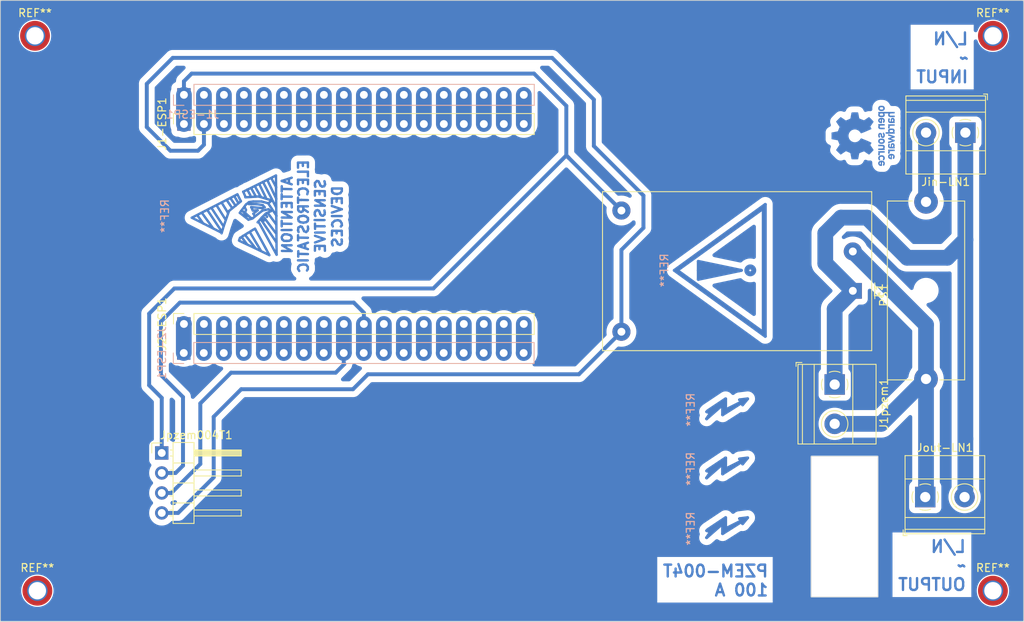
<source format=kicad_pcb>
(kicad_pcb (version 20221018) (generator pcbnew)
  (layers (0 "F.Cu" signal) (31 "B.Cu" signal) (34 "B.Paste" user) (35 "F.Paste" user) (36 "B.SilkS" user "B.Silkscreen") (37 "F.SilkS" user "F.Silkscreen") (38 "B.Mask" user) (39 "F.Mask" user) (44 "Edge.Cuts" user))
  (net 0 "")
  (net 1 "5V")
  (net 2 "GNDesp")
  (net 3 "CMDesp")
  (net 4 "SD3esp")
  (net 5 "SD2esp")
  (net 6 "D13esp")
  (net 7 "D12esp")
  (net 8 "D14esp")
  (net 9 "D27esp")
  (net 10 "D26esp")
  (net 11 "D25esp")
  (net 12 "D33esp")
  (net 13 "D32esp")
  (net 14 "D35esp")
  (net 15 "D34esp")
  (net 16 "VNesp")
  (net 17 "VPesp")
  (net 18 "ENesp")
  (net 19 "Net-(J1pzem1-Pin_1)")
  (net 20 "Net-(J1pzem1-Pin_2)")
  (net 21 "3.3Vesp")
  (net 22 "CLKesp")
  (net 23 "SD0esp")
  (net 24 "SD1esp")
  (net 25 "D0esp")
  (net 26 "D15esp")
  (net 27 "D2esp")
  (net 28 "D4esp")
  (net 29 "RX2esp")
  (net 30 "TX2esp")
  (net 31 "D5esp")
  (net 32 "D18esp")
  (net 33 "D19esp")
  (net 34 "D21esp")
  (net 35 "RX0esp")
  (net 36 "TX0esp")
  (net 37 "D22esp")
  (net 38 "D23esp")
  (net 39 "Net-(Jin-LN1-Pin_2)")
  (footprint "Connector_PinSocket_2.54mm:PinSocket_1x18_P2.54mm_Vertical" (layer "F.Cu") (at 98.72 98.2093 90)
    (fp_text reference "J2-ESP1")
    (fp_text value "Conn_01x18_Socket" hide)
  )
  (footprint "Connector_PinHeader_2.54mm:PinHeader_1x04_P2.54mm_Horizontal" (layer "F.Cu") (at 95.9 114.6)
    (fp_text reference "Jpzem004T1")
    (fp_text value "Conn_01x04_Socket")
  )
  (footprint "Fuse:Fuseholder_Cylinder-5x20mm_Schurter_0031_8201_Horizontal_Open" (layer "F.Cu") (at 193 105.2 90)
    (fp_text reference "F1")
    (fp_text value "Fuse")
  )
  (footprint "MountingHole:MountingHole_2.2mm_M2_DIN965_Pad_TopOnly" (layer "F.Cu") (at 201.5 61.6)
    (fp_text reference "REF**")
    (fp_text value "MountingHole_2.2mm_M2_DIN965_Pad_TopOnly" hide)
  )
  (footprint "TerminalBlock_Phoenix:TerminalBlock_Phoenix_MKDS-1,5-2_1x02_P5.00mm_Horizontal" (layer "F.Cu") (at 198 73.9 180)
    (fp_text reference "Jin-LN1")
    (fp_text value "Screw_Terminal_01x02" hide)
  )
  (footprint "Converter_ACDC:Converter_ACDC_HiLink_HLK-PMxx" (layer "F.Cu") (at 183.7 94 180)
    (fp_text reference "PS1")
    (fp_text value "HLK-PM01")
  )
  (footprint "MountingHole:MountingHole_2.2mm_M2_DIN965_Pad_TopOnly" (layer "F.Cu") (at 79.8 61.6)
    (fp_text reference "REF**")
    (fp_text value "MountingHole_2.2mm_M2_DIN965_Pad_TopOnly" hide)
  )
  (footprint "Connector_PinSocket_2.54mm:PinSocket_1x18_P2.54mm_Vertical" (layer "F.Cu") (at 98.72 72.8093 90)
    (fp_text reference "J1-ESP1")
    (fp_text value "Conn_01x18_Socket" hide)
  )
  (footprint "MountingHole:MountingHole_2.2mm_M2_DIN965_Pad_TopOnly" (layer "F.Cu") (at 80.1 132.1)
    (fp_text reference "REF**")
    (fp_text value "MountingHole_2.2mm_M2_DIN965_Pad_TopOnly" hide)
  )
  (footprint "MountingHole:MountingHole_2.2mm_M2_DIN965_Pad_TopOnly" (layer "F.Cu") (at 201.5 132.1)
    (fp_text reference "REF**")
    (fp_text value "MountingHole_2.2mm_M2_DIN965_Pad_TopOnly" hide)
  )
  (footprint "TerminalBlock_Phoenix:TerminalBlock_Phoenix_MKDS-1,5-2_1x02_P5.00mm_Horizontal" (layer "F.Cu") (at 181.395 105.9 -90)
    (fp_text reference "J1pzem1")
    (fp_text value "Screw_Terminal_01x02" hide)
  )
  (footprint "TerminalBlock_Phoenix:TerminalBlock_Phoenix_MKDS-1,5-2_1x02_P5.00mm_Horizontal" (layer "F.Cu") (at 192.9 120.2)
    (fp_text reference "Jout-LN1")
    (fp_text value "Screw_Terminal_01x02" hide)
  )
  (footprint "Connector_PinSocket_2.54mm:PinSocket_1x18_P2.54mm_Vertical" (layer "B.Cu") (at 98.72 69.1 -90)
    (fp_text reference "J1-ESP1")
    (fp_text value "Conn_01x18_Socket" hide)
  )
  (footprint "Symbol:OSHW-Logo_7.5x8mm_Copper" (layer "B.Cu") (at 185 74.3 -90)
    (fp_text reference "REF**" hide)
    (fp_text value "OSHW-Logo_7.5x8mm_Copper" hide)
  )
  (footprint "Symbol:Symbol_Highvoltage_Type1_CopperTop_Small" (layer "B.Cu") (at 168.3 115.611 -90)
    (fp_text reference "REF**")
    (fp_text value "Symbol_Highvoltage_Type1_CopperTop_Small" hide)
  )
  (footprint "Symbol:Symbol_Highvoltage_Type1_CopperTop_Small" (layer "B.Cu") (at 168.3 108.1 -90)
    (fp_text reference "REF**")
    (fp_text value "Symbol_Highvoltage_Type1_CopperTop_Small" hide)
  )
  (footprint "Connector_PinSocket_2.54mm:PinSocket_1x18_P2.54mm_Vertical" (layer "B.Cu") (at 98.7 101.9 -90)
    (fp_text reference "J2-ESP1")
    (fp_text value "Conn_01x18_Socket" hide)
  )
  (footprint "Symbol:Symbol_Attention_CopperTop_Big" (layer "B.Cu") (at 167.8795 91.4 -90)
    (fp_text reference "REF**")
    (fp_text value "Symbol_Attention_CopperTop_Big" hide)
  )
  (footprint "Symbol:Symbol_ESD-Logo-Text_CopperTop" (layer "B.Cu") (at 107.1 84.5 -90)
    (fp_text reference "REF**")
    (fp_text value "Symbol_ESD-Logo-Text_CopperTop")
  )
  (footprint "Symbol:Symbol_Highvoltage_Type1_CopperTop_Small" (layer "B.Cu") (at 168.3 123.2 -90)
    (fp_text reference "REF**")
    (fp_text value "Symbol_Highvoltage_Type1_CopperTop_Small" hide)
  )
  (gr_rect (start 178.4 115) (end 186.9 132.9) (stroke (width 0.1)) (fill none) (layer "Edge.Cuts"))
  (gr_rect (start 75.4 57.1) (end 205.4 136) (stroke (width 0.1)) (fill none) (layer "Edge.Cuts"))
  (gr_text "PZEM-004T\n100 A" (at 173.1 132.9) (layer "B.Cu") (effects (font (size 1.5 1.5) (thickness 0.3) bold) (justify left bottom mirror)))
  (gr_text "L/N\n~\nOUTPUT" (at 198.2 132.2) (layer "B.Cu") (effects (font (size 1.5 1.5) (thickness 0.3) bold) (justify left bottom mirror)))
  (gr_text "L/N\n~\nINPUT" (at 198.5 67.7) (layer "B.Cu") (effects (font (size 1.5 1.5) (thickness 0.3) bold) (justify left bottom mirror)))
  (segment (start 147.4 76.9) (end 147.6 77.1) (width 0.5) (layer "F.Cu") (net 1))
  (segment (start 154.3 83.8) (end 147.3 76.8) (width 0.5) (layer "B.Cu") (net 1))
  (segment (start 95.9 114.6) (end 95.9 107.6) (width 0.5) (layer "B.Cu") (net 1))
  (segment (start 98.72 67.38) (end 98.72 69.1) (width 0.5) (layer "B.Cu") (net 1))
  (segment (start 99.7 66.4) (end 98.72 67.38) (width 0.5) (layer "B.Cu") (net 1))
  (segment (start 147.3 76.8) (end 147.3 70.5) (width 0.5) (layer "B.Cu") (net 1))
  (segment (start 95.9 107.6) (end 94.3 106) (width 0.5) (layer "B.Cu") (net 1))
  (segment (start 147.3 70.5) (end 143.2 66.4) (width 0.5) (layer "B.Cu") (net 1))
  (segment (start 94.3 106) (end 94.3 96.9) (width 0.5) (layer "B.Cu") (net 1))
  (segment (start 143.2 66.4) (end 99.7 66.4) (width 0.5) (layer "B.Cu") (net 1))
  (segment (start 97.5 93.7) (end 130.4 93.7) (width 0.5) (layer "B.Cu") (net 1))
  (segment (start 130.4 93.7) (end 147.3 76.8) (width 0.5) (layer "B.Cu") (net 1))
  (segment (start 94.3 96.9) (end 97.5 93.7) (width 0.5) (layer "B.Cu") (net 1))
  (segment (start 98.72 72.8093) (end 98.72 69.1) (width 2) (layer "B.Cu") (net 1))
  (segment (start 97 76.2) (end 100.5 76.2) (width 0.5) (layer "B.Cu") (net 2))
  (segment (start 120.2 106.5) (end 122.1 104.6) (width 0.5) (layer "B.Cu") (net 2))
  (segment (start 102.5 117.7) (end 102.5 110) (width 0.5) (layer "B.Cu") (net 2))
  (segment (start 145.5 64.4) (end 97.3 64.4) (width 0.5) (layer "B.Cu") (net 2))
  (segment (start 150.8 75.6) (end 150.8 69.7) (width 0.5) (layer "B.Cu") (net 2))
  (segment (start 154.3 99.2) (end 154.3 88.8) (width 0.5) (layer "B.Cu") (net 2))
  (segment (start 101.26 75.44) (end 101.26 72.8093) (width 0.5) (layer "B.Cu") (net 2))
  (segment (start 101.26 72.8093) (end 101.26 69.1) (width 2) (layer "B.Cu") (net 2))
  (segment (start 157.1 86) (end 157.1 81.9) (width 0.5) (layer "B.Cu") (net 2))
  (segment (start 94 73.2) (end 97 76.2) (width 0.5) (layer "B.Cu") (net 2))
  (segment (start 157.1 81.9) (end 150.8 75.6) (width 0.5) (layer "B.Cu") (net 2))
  (segment (start 102.5 110) (end 106 106.5) (width 0.5) (layer "B.Cu") (net 2))
  (segment (start 94 67.7) (end 94 73.2) (width 0.5) (layer "B.Cu") (net 2))
  (segment (start 150.8 69.7) (end 145.5 64.4) (width 0.5) (layer "B.Cu") (net 2))
  (segment (start 97.98 122.22) (end 102.5 117.7) (width 0.5) (layer "B.Cu") (net 2))
  (segment (start 100.5 76.2) (end 101.26 75.44) (width 0.5) (layer "B.Cu") (net 2))
  (segment (start 154.3 88.8) (end 157.1 86) (width 0.5) (layer "B.Cu") (net 2))
  (segment (start 106 106.5) (end 120.2 106.5) (width 0.5) (layer "B.Cu") (net 2))
  (segment (start 122.1 104.6) (end 148.9 104.6) (width 0.5) (layer "B.Cu") (net 2))
  (segment (start 95.9 122.22) (end 97.98 122.22) (width 0.5) (layer "B.Cu") (net 2))
  (segment (start 148.9 104.6) (end 154.3 99.2) (width 0.5) (layer "B.Cu") (net 2))
  (segment (start 97.3 64.4) (end 94 67.7) (width 0.5) (layer "B.Cu") (net 2))
  (segment (start 103.8 72.8093) (end 103.8 69.1) (width 2) (layer "B.Cu") (net 3))
  (segment (start 106.34 69.1) (end 106.34 72.8093) (width 2) (layer "B.Cu") (net 4))
  (segment (start 108.88 72.8093) (end 108.88 69.1) (width 2) (layer "B.Cu") (net 5))
  (segment (start 111.42 69.1) (end 111.42 72.8093) (width 2) (layer "B.Cu") (net 6))
  (segment (start 113.96 69.1) (end 113.96 72.8093) (width 2) (layer "B.Cu") (net 7))
  (segment (start 116.5 69.1) (end 116.5 72.8093) (width 2) (layer "B.Cu") (net 8))
  (segment (start 119.04 69.1) (end 119.04 72.8093) (width 2) (layer "B.Cu") (net 9))
  (segment (start 121.58 69.1) (end 121.58 72.8093) (width 2) (layer "B.Cu") (net 10))
  (segment (start 124.12 69.1) (end 124.12 72.8093) (width 2) (layer "B.Cu") (net 11))
  (segment (start 126.66 69.1) (end 126.66 72.8093) (width 2) (layer "B.Cu") (net 12))
  (segment (start 129.2 69.1) (end 129.2 72.8093) (width 2) (layer "B.Cu") (net 13))
  (segment (start 131.74 69.1) (end 131.74 72.8093) (width 2) (layer "B.Cu") (net 14))
  (segment (start 134.28 72.8093) (end 134.28 69.1) (width 2) (layer "B.Cu") (net 15))
  (segment (start 136.82 72.8093) (end 136.82 69.1) (width 2) (layer "B.Cu") (net 16))
  (segment (start 139.36 72.8093) (end 139.36 69.1) (width 2) (layer "B.Cu") (net 17))
  (segment (start 141.9 72.8093) (end 141.9 69.1) (width 2) (layer "B.Cu") (net 18))
  (segment (start 190.6 89.8) (end 195.7 89.8) (width 2) (layer "B.Cu") (net 19))
  (segment (start 182.2 84.7) (end 185.5 84.7) (width 2) (layer "B.Cu") (net 19))
  (segment (start 180.2 90.5) (end 180.2 86.7) (width 2) (layer "B.Cu") (net 19))
  (segment (start 183.7 94) (end 180.2 90.5) (width 2) (layer "B.Cu") (net 19))
  (segment (start 198 73.9) (end 198 87.5) (width 2) (layer "B.Cu") (net 19))
  (segment (start 180.2 86.7) (end 182.2 84.7) (width 2) (layer "B.Cu") (net 19))
  (segment (start 198 112.8) (end 198 120.1) (width 2) (layer "B.Cu") (net 19))
  (segment (start 181.395 105.9) (end 181.395 96.305) (width 2) (layer "B.Cu") (net 19))
  (segment (start 198 120.1) (end 197.9 120.2) (width 2) (layer "B.Cu") (net 19))
  (segment (start 198 87.5) (end 198 112.8) (width 2) (layer "B.Cu") (net 19))
  (segment (start 195.7 89.8) (end 198 87.5) (width 2) (layer "B.Cu") (net 19))
  (segment (start 181.395 96.305) (end 183.7 94) (width 2) (layer "B.Cu") (net 19))
  (segment (start 185.5 84.7) (end 190.6 89.8) (width 2) (layer "B.Cu") (net 19))
  (segment (start 193 98.3) (end 193 105.2) (width 2) (layer "B.Cu") (net 20))
  (segment (start 193 105.2) (end 193 120.1) (width 2) (layer "B.Cu") (net 20))
  (segment (start 183.7 89) (end 193 98.3) (width 2) (layer "B.Cu") (net 20))
  (segment (start 181.395 110.9) (end 187.3 110.9) (width 2) (layer "B.Cu") (net 20))
  (segment (start 187.3 110.9) (end 193 105.2) (width 2) (layer "B.Cu") (net 20))
  (segment (start 193 120.1) (end 192.9 120.2) (width 2) (layer "B.Cu") (net 20))
  (segment (start 98.7 101.9) (end 98.7 98.2293) (width 2) (layer "B.Cu") (net 21))
  (segment (start 98.7 98.2293) (end 98.72 98.2093) (width 2) (layer "B.Cu") (net 21))
  (segment (start 101.26 101.88) (end 101.24 101.9) (width 2) (layer "B.Cu") (net 22))
  (segment (start 101.26 98.2093) (end 101.26 101.88) (width 2) (layer "B.Cu") (net 22))
  (segment (start 103.8 98.2093) (end 103.8 101.88) (width 2) (layer "B.Cu") (net 23))
  (segment (start 103.8 101.88) (end 103.78 101.9) (width 2) (layer "B.Cu") (net 23))
  (segment (start 106.32 101.9) (end 106.32 98.2293) (width 2) (layer "B.Cu") (net 24))
  (segment (start 106.32 98.2293) (end 106.34 98.2093) (width 2) (layer "B.Cu") (net 24))
  (segment (start 108.88 98.2093) (end 108.88 101.88) (width 2) (layer "B.Cu") (net 25))
  (segment (start 108.88 101.88) (end 108.86 101.9) (width 2) (layer "B.Cu") (net 25))
  (segment (start 111.42 101.88) (end 111.4 101.9) (width 2) (layer "B.Cu") (net 26))
  (segment (start 111.42 98.2093) (end 111.42 101.88) (width 2) (layer "B.Cu") (net 26))
  (segment (start 113.96 98.2093) (end 113.96 101.88) (width 2) (layer "B.Cu") (net 27))
  (segment (start 113.96 101.88) (end 113.94 101.9) (width 2) (layer "B.Cu") (net 27))
  (segment (start 116.5 98.2093) (end 116.5 101.88) (width 2) (layer "B.Cu") (net 28))
  (segment (start 116.5 101.88) (end 116.48 101.9) (width 2) (layer "B.Cu") (net 28))
  (segment (start 119.1 103.3) (end 119.02 103.22) (width 0.5) (layer "B.Cu") (net 29))
  (segment (start 119.04 98.2093) (end 119.04 101.88) (width 2) (layer "B.Cu") (net 29))
  (segment (start 97.12 119.68) (end 100.8 116) (width 0.5) (layer "B.Cu") (net 29))
  (segment (start 118 104.4) (end 119.1 103.3) (width 0.5) (layer "B.Cu") (net 29))
  (segment (start 95.9 119.68) (end 97.12 119.68) (width 0.5) (layer "B.Cu") (net 29))
  (segment (start 100.8 116) (end 100.8 108.3) (width 0.5) (layer "B.Cu") (net 29))
  (segment (start 119.02 103.22) (end 119.02 101.9) (width 0.5) (layer "B.Cu") (net 29))
  (segment (start 100.8 108.3) (end 104.7 104.4) (width 0.5) (layer "B.Cu") (net 29))
  (segment (start 104.7 104.4) (end 118 104.4) (width 0.5) (layer "B.Cu") (net 29))
  (segment (start 119.04 101.88) (end 119.02 101.9) (width 2) (layer "B.Cu") (net 29))
  (segment (start 95.9 117.14) (end 97.66 117.14) (width 0.5) (layer "B.Cu") (net 30))
  (segment (start 120.3 95.5) (end 121.58 96.78) (width 0.5) (layer "B.Cu") (net 30))
  (segment (start 121.58 101.88) (end 121.56 101.9) (width 2) (layer "B.Cu") (net 30))
  (segment (start 97.66 117.14) (end 98.6 116.2) (width 0.5) (layer "B.Cu") (net 30))
  (segment (start 95.8 104.7) (end 95.8 97.9) (width 0.5) (layer "B.Cu") (net 30))
  (segment (start 98.2 95.5) (end 120.3 95.5) (width 0.5) (layer "B.Cu") (net 30))
  (segment (start 95.8 97.9) (end 98.2 95.5) (width 0.5) (layer "B.Cu") (net 30))
  (segment (start 121.58 98.2093) (end 121.58 101.88) (width 2) (layer "B.Cu") (net 30))
  (segment (start 98.6 107.5) (end 95.8 104.7) (width 0.5) (layer "B.Cu") (net 30))
  (segment (start 98.6 116.2) (end 98.6 107.5) (width 0.5) (layer "B.Cu") (net 30))
  (segment (start 121.58 96.78) (end 121.58 98.2093) (width 0.5) (layer "B.Cu") (net 30))
  (segment (start 124.12 98.2093) (end 124.12 101.88) (width 2) (layer "B.Cu") (net 31))
  (segment (start 124.12 101.88) (end 124.1 101.9) (width 2) (layer "B.Cu") (net 31))
  (segment (start 126.66 98.2093) (end 126.66 101.88) (width 2) (layer "B.Cu") (net 32))
  (segment (start 126.66 101.88) (end 126.64 101.9) (width 2) (layer "B.Cu") (net 32))
  (segment (start 129.2 98.2093) (end 129.2 101.88) (width 2) (layer "B.Cu") (net 33))
  (segment (start 129.2 101.88) (end 129.18 101.9) (width 2) (layer "B.Cu") (net 33))
  (segment (start 131.74 98.2093) (end 131.74 101.88) (width 2) (layer "B.Cu") (net 34))
  (segment (start 131.74 101.88) (end 131.72 101.9) (width 2) (layer "B.Cu") (net 34))
  (segment (start 134.28 101.88) (end 134.26 101.9) (width 2) (layer "B.Cu") (net 35))
  (segment (start 134.28 98.2093) (end 134.28 101.88) (width 2) (layer "B.Cu") (net 35))
  (segment (start 136.82 98.2093) (end 136.82 101.88) (width 2) (layer "B.Cu") (net 36))
  (segment (start 136.82 101.88) (end 136.8 101.9) (width 2) (layer "B.Cu") (net 36))
  (segment (start 139.36 101.88) (end 139.34 101.9) (width 2) (layer "B.Cu") (net 37))
  (segment (start 139.36 98.2093) (end 139.36 101.88) (width 2) (layer "B.Cu") (net 37))
  (segment (start 141.9 98.2093) (end 141.9 101.88) (width 2) (layer "B.Cu") (net 38))
  (segment (start 141.9 101.88) (end 141.88 101.9) (width 2) (layer "B.Cu") (net 38))
  (segment (start 193 73.9) (end 193 82.7) (width 2) (layer "B.Cu") (net 39))
  (zone (net 0) (net_name "") (layer "B.Cu") (connect_pads (clearance 0.75)) (min_thickness 0.5) (fill yes (thermal_gap 0.5) (thermal_bridge_width 0.5) (island_removal_mode 1) (island_area_min 10))
    (polygon (pts (xy 75.4 57.1) (xy 205.4 57.1) (xy 205.4 136) (xy 75.4 136)))
  )
)
</source>
